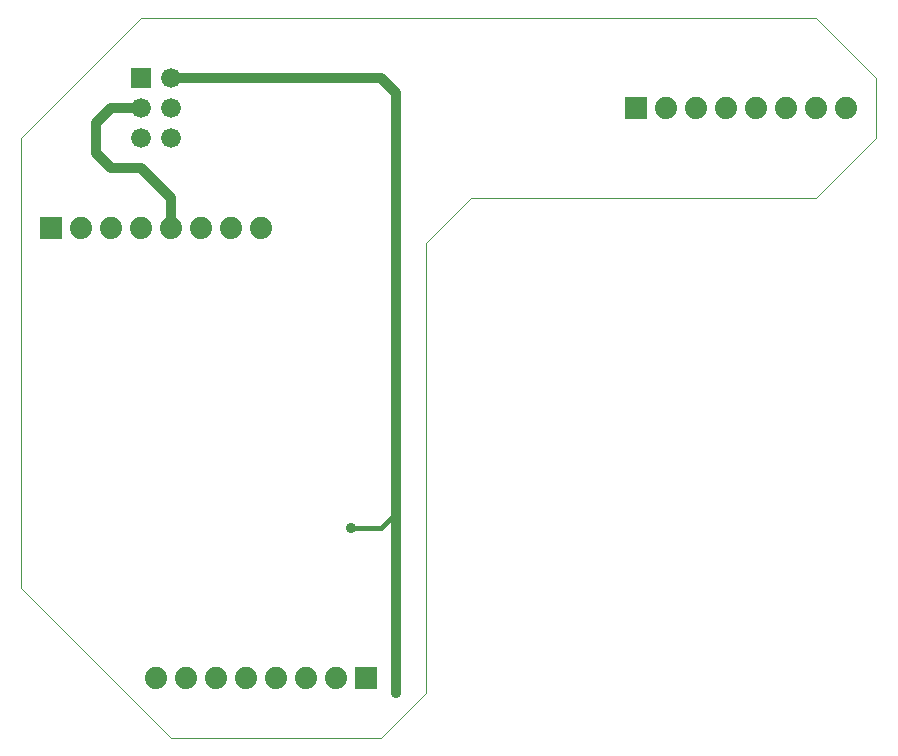
<source format=gbl>
G75*
%MOIN*%
%OFA0B0*%
%FSLAX25Y25*%
%IPPOS*%
%LPD*%
%AMOC8*
5,1,8,0,0,1.08239X$1,22.5*
%
%ADD10C,0.00000*%
%ADD11R,0.06600X0.06600*%
%ADD12C,0.06600*%
%ADD13R,0.07400X0.07400*%
%ADD14C,0.07400*%
%ADD15C,0.03200*%
%ADD16C,0.03562*%
%ADD17C,0.01600*%
D10*
X0051000Y0001000D02*
X0121000Y0001000D01*
X0136000Y0016000D01*
X0136000Y0166000D01*
X0151000Y0181000D01*
X0266000Y0181000D01*
X0286000Y0201000D01*
X0286000Y0221000D01*
X0266000Y0241000D01*
X0041000Y0241000D01*
X0001000Y0201000D01*
X0001000Y0051000D01*
X0051000Y0001000D01*
D11*
X0041000Y0221000D03*
D12*
X0051000Y0221000D03*
X0051000Y0211000D03*
X0041000Y0211000D03*
X0041000Y0201000D03*
X0051000Y0201000D03*
D13*
X0011000Y0171000D03*
X0116000Y0021000D03*
X0206000Y0211000D03*
D14*
X0046000Y0021000D03*
X0056000Y0021000D03*
X0066000Y0021000D03*
X0076000Y0021000D03*
X0086000Y0021000D03*
X0096000Y0021000D03*
X0106000Y0021000D03*
X0081000Y0171000D03*
X0071000Y0171000D03*
X0061000Y0171000D03*
X0051000Y0171000D03*
X0041000Y0171000D03*
X0031000Y0171000D03*
X0021000Y0171000D03*
X0216000Y0211000D03*
X0226000Y0211000D03*
X0236000Y0211000D03*
X0246000Y0211000D03*
X0256000Y0211000D03*
X0266000Y0211000D03*
X0276000Y0211000D03*
D15*
X0126000Y0216000D02*
X0126000Y0076000D01*
X0126000Y0016000D01*
X0051000Y0171000D02*
X0051000Y0181000D01*
X0041000Y0191000D01*
X0031000Y0191000D01*
X0026000Y0196000D01*
X0026000Y0206000D01*
X0031000Y0211000D01*
X0041000Y0211000D01*
X0051000Y0221000D02*
X0121000Y0221000D01*
X0126000Y0216000D01*
D16*
X0111000Y0071000D03*
X0126000Y0016000D03*
D17*
X0121000Y0071000D02*
X0111000Y0071000D01*
X0121000Y0071000D02*
X0126000Y0076000D01*
M02*

</source>
